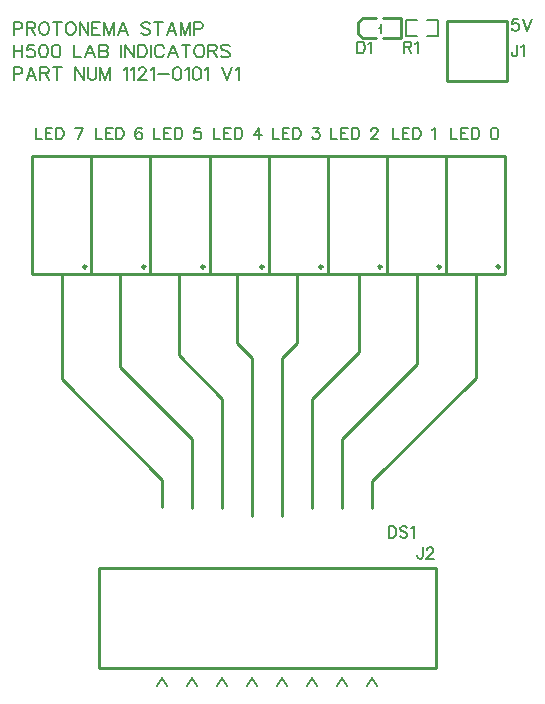
<source format=gto>
G04 Layer: TopSilkscreenLayer*
G04 EasyEDA v6.5.29, 2023-07-09 12:41:00*
G04 4e8154f8966d48969a3891fccebbae35,5a6b42c53f6a479593ecc07194224c93,10*
G04 Gerber Generator version 0.2*
G04 Scale: 100 percent, Rotated: No, Reflected: No *
G04 Dimensions in millimeters *
G04 leading zeros omitted , absolute positions ,4 integer and 5 decimal *
%FSLAX45Y45*%
%MOMM*%

%ADD10C,0.1524*%
%ADD11C,0.2540*%
%ADD12C,0.2030*%

%LPD*%
D10*
X3949687Y1434353D02*
G01*
X3949687Y1338849D01*
X3949687Y1434353D02*
G01*
X3981437Y1434353D01*
X3995153Y1429781D01*
X4004297Y1420637D01*
X4008869Y1411747D01*
X4013441Y1398031D01*
X4013441Y1375425D01*
X4008869Y1361709D01*
X4004297Y1352565D01*
X3995153Y1343421D01*
X3981437Y1338849D01*
X3949687Y1338849D01*
X4106913Y1420637D02*
G01*
X4097769Y1429781D01*
X4084307Y1434353D01*
X4066019Y1434353D01*
X4052303Y1429781D01*
X4043413Y1420637D01*
X4043413Y1411747D01*
X4047985Y1402603D01*
X4052303Y1398031D01*
X4061447Y1393459D01*
X4088879Y1384315D01*
X4097769Y1379743D01*
X4102341Y1375425D01*
X4106913Y1366281D01*
X4106913Y1352565D01*
X4097769Y1343421D01*
X4084307Y1338849D01*
X4066019Y1338849D01*
X4052303Y1343421D01*
X4043413Y1352565D01*
X4136885Y1416319D02*
G01*
X4146029Y1420637D01*
X4159745Y1434353D01*
X4159745Y1338849D01*
X2068575Y79755D02*
G01*
X2027681Y152400D01*
X1986534Y79755D01*
X4236458Y1256535D02*
G01*
X4236458Y1183891D01*
X4231886Y1170175D01*
X4227314Y1165603D01*
X4218170Y1161031D01*
X4209280Y1161031D01*
X4200136Y1165603D01*
X4195564Y1170175D01*
X4190992Y1183891D01*
X4190992Y1193035D01*
X4271002Y1233929D02*
G01*
X4271002Y1238501D01*
X4275574Y1247391D01*
X4280146Y1251963D01*
X4289290Y1256535D01*
X4307324Y1256535D01*
X4316468Y1251963D01*
X4321040Y1247391D01*
X4325612Y1238501D01*
X4325612Y1229357D01*
X4321040Y1220213D01*
X4311896Y1206497D01*
X4266430Y1161031D01*
X4330184Y1161031D01*
X957950Y4807971D02*
G01*
X957950Y4712467D01*
X957950Y4712467D02*
G01*
X1012560Y4712467D01*
X1042532Y4807971D02*
G01*
X1042532Y4712467D01*
X1042532Y4807971D02*
G01*
X1101460Y4807971D01*
X1042532Y4762505D02*
G01*
X1078854Y4762505D01*
X1042532Y4712467D02*
G01*
X1101460Y4712467D01*
X1131686Y4807971D02*
G01*
X1131686Y4712467D01*
X1131686Y4807971D02*
G01*
X1163436Y4807971D01*
X1177152Y4803399D01*
X1186042Y4794509D01*
X1190614Y4785365D01*
X1195186Y4771649D01*
X1195186Y4749043D01*
X1190614Y4735327D01*
X1186042Y4726183D01*
X1177152Y4717039D01*
X1163436Y4712467D01*
X1131686Y4712467D01*
X1358762Y4807971D02*
G01*
X1313296Y4712467D01*
X1295262Y4807971D02*
G01*
X1358762Y4807971D01*
X2322575Y79755D02*
G01*
X2281681Y152400D01*
X2240534Y79755D01*
X2576575Y79755D02*
G01*
X2535681Y152400D01*
X2494534Y79755D01*
X2830575Y79755D02*
G01*
X2789681Y152400D01*
X2748534Y79755D01*
X3084575Y79755D02*
G01*
X3043681Y152400D01*
X3002534Y79755D01*
X3338575Y79755D02*
G01*
X3297681Y152400D01*
X3256534Y79755D01*
X3592575Y79755D02*
G01*
X3551681Y152400D01*
X3510534Y79755D01*
X3846575Y79755D02*
G01*
X3805681Y152400D01*
X3764534Y79755D01*
X1465846Y4807968D02*
G01*
X1465846Y4712464D01*
X1465846Y4712464D02*
G01*
X1520456Y4712464D01*
X1550428Y4807968D02*
G01*
X1550428Y4712464D01*
X1550428Y4807968D02*
G01*
X1609610Y4807968D01*
X1550428Y4762502D02*
G01*
X1586750Y4762502D01*
X1550428Y4712464D02*
G01*
X1609610Y4712464D01*
X1639582Y4807968D02*
G01*
X1639582Y4712464D01*
X1639582Y4807968D02*
G01*
X1671332Y4807968D01*
X1685048Y4803396D01*
X1694192Y4794506D01*
X1698764Y4785362D01*
X1703336Y4771646D01*
X1703336Y4749040D01*
X1698764Y4735324D01*
X1694192Y4726180D01*
X1685048Y4717036D01*
X1671332Y4712464D01*
X1639582Y4712464D01*
X1857768Y4794506D02*
G01*
X1853196Y4803396D01*
X1839480Y4807968D01*
X1830590Y4807968D01*
X1816874Y4803396D01*
X1807730Y4789934D01*
X1803158Y4767074D01*
X1803158Y4744468D01*
X1807730Y4726180D01*
X1816874Y4717036D01*
X1830590Y4712464D01*
X1835162Y4712464D01*
X1848624Y4717036D01*
X1857768Y4726180D01*
X1862340Y4739896D01*
X1862340Y4744468D01*
X1857768Y4757930D01*
X1848624Y4767074D01*
X1835162Y4771646D01*
X1830590Y4771646D01*
X1816874Y4767074D01*
X1807730Y4757930D01*
X1803158Y4744468D01*
X1961271Y4807968D02*
G01*
X1961271Y4712464D01*
X1961271Y4712464D02*
G01*
X2015881Y4712464D01*
X2045853Y4807968D02*
G01*
X2045853Y4712464D01*
X2045853Y4807968D02*
G01*
X2104781Y4807968D01*
X2045853Y4762502D02*
G01*
X2082175Y4762502D01*
X2045853Y4712464D02*
G01*
X2104781Y4712464D01*
X2135007Y4807968D02*
G01*
X2135007Y4712464D01*
X2135007Y4807968D02*
G01*
X2166757Y4807968D01*
X2180219Y4803396D01*
X2189363Y4794506D01*
X2193935Y4785362D01*
X2198507Y4771646D01*
X2198507Y4749040D01*
X2193935Y4735324D01*
X2189363Y4726180D01*
X2180219Y4717036D01*
X2166757Y4712464D01*
X2135007Y4712464D01*
X2352939Y4807968D02*
G01*
X2307727Y4807968D01*
X2303155Y4767074D01*
X2307727Y4771646D01*
X2321189Y4776218D01*
X2334905Y4776218D01*
X2348621Y4771646D01*
X2357511Y4762502D01*
X2362083Y4749040D01*
X2362083Y4739896D01*
X2357511Y4726180D01*
X2348621Y4717036D01*
X2334905Y4712464D01*
X2321189Y4712464D01*
X2307727Y4717036D01*
X2303155Y4721608D01*
X2298583Y4730752D01*
X2469144Y4807968D02*
G01*
X2469144Y4712464D01*
X2469144Y4712464D02*
G01*
X2523754Y4712464D01*
X2553726Y4807968D02*
G01*
X2553726Y4712464D01*
X2553726Y4807968D02*
G01*
X2612908Y4807968D01*
X2553726Y4762502D02*
G01*
X2590048Y4762502D01*
X2553726Y4712464D02*
G01*
X2612908Y4712464D01*
X2642880Y4807968D02*
G01*
X2642880Y4712464D01*
X2642880Y4807968D02*
G01*
X2674630Y4807968D01*
X2688346Y4803396D01*
X2697490Y4794506D01*
X2702062Y4785362D01*
X2706634Y4771646D01*
X2706634Y4749040D01*
X2702062Y4735324D01*
X2697490Y4726180D01*
X2688346Y4717036D01*
X2674630Y4712464D01*
X2642880Y4712464D01*
X2851922Y4807968D02*
G01*
X2806456Y4744468D01*
X2874782Y4744468D01*
X2851922Y4807968D02*
G01*
X2851922Y4712464D01*
X2964571Y4807968D02*
G01*
X2964571Y4712464D01*
X2964571Y4712464D02*
G01*
X3019181Y4712464D01*
X3049153Y4807968D02*
G01*
X3049153Y4712464D01*
X3049153Y4807968D02*
G01*
X3108081Y4807968D01*
X3049153Y4762502D02*
G01*
X3085475Y4762502D01*
X3049153Y4712464D02*
G01*
X3108081Y4712464D01*
X3138307Y4807968D02*
G01*
X3138307Y4712464D01*
X3138307Y4807968D02*
G01*
X3170057Y4807968D01*
X3183519Y4803396D01*
X3192663Y4794506D01*
X3197235Y4785362D01*
X3201807Y4771646D01*
X3201807Y4749040D01*
X3197235Y4735324D01*
X3192663Y4726180D01*
X3183519Y4717036D01*
X3170057Y4712464D01*
X3138307Y4712464D01*
X3311027Y4807968D02*
G01*
X3360811Y4807968D01*
X3333633Y4771646D01*
X3347349Y4771646D01*
X3356239Y4767074D01*
X3360811Y4762502D01*
X3365383Y4749040D01*
X3365383Y4739896D01*
X3360811Y4726180D01*
X3351921Y4717036D01*
X3338205Y4712464D01*
X3324489Y4712464D01*
X3311027Y4717036D01*
X3306455Y4721608D01*
X3301883Y4730752D01*
X3459741Y4807968D02*
G01*
X3459741Y4712464D01*
X3459741Y4712464D02*
G01*
X3514351Y4712464D01*
X3544323Y4807968D02*
G01*
X3544323Y4712464D01*
X3544323Y4807968D02*
G01*
X3603505Y4807968D01*
X3544323Y4762502D02*
G01*
X3580645Y4762502D01*
X3544323Y4712464D02*
G01*
X3603505Y4712464D01*
X3633477Y4807968D02*
G01*
X3633477Y4712464D01*
X3633477Y4807968D02*
G01*
X3665227Y4807968D01*
X3678943Y4803396D01*
X3688087Y4794506D01*
X3692659Y4785362D01*
X3697231Y4771646D01*
X3697231Y4749040D01*
X3692659Y4735324D01*
X3688087Y4726180D01*
X3678943Y4717036D01*
X3665227Y4712464D01*
X3633477Y4712464D01*
X3801625Y4785362D02*
G01*
X3801625Y4789934D01*
X3806197Y4798824D01*
X3810769Y4803396D01*
X3819913Y4807968D01*
X3837947Y4807968D01*
X3847091Y4803396D01*
X3851663Y4798824D01*
X3856235Y4789934D01*
X3856235Y4780790D01*
X3851663Y4771646D01*
X3842519Y4757930D01*
X3797053Y4712464D01*
X3860807Y4712464D01*
X3980543Y4807965D02*
G01*
X3980543Y4712462D01*
X3980543Y4712462D02*
G01*
X4035153Y4712462D01*
X4065125Y4807965D02*
G01*
X4065125Y4712462D01*
X4065125Y4807965D02*
G01*
X4124053Y4807965D01*
X4065125Y4762500D02*
G01*
X4101447Y4762500D01*
X4065125Y4712462D02*
G01*
X4124053Y4712462D01*
X4154279Y4807965D02*
G01*
X4154279Y4712462D01*
X4154279Y4807965D02*
G01*
X4186029Y4807965D01*
X4199745Y4803394D01*
X4208635Y4794504D01*
X4213207Y4785360D01*
X4217779Y4771644D01*
X4217779Y4749037D01*
X4213207Y4735321D01*
X4208635Y4726178D01*
X4199745Y4717034D01*
X4186029Y4712462D01*
X4154279Y4712462D01*
X4317855Y4789931D02*
G01*
X4326999Y4794504D01*
X4340461Y4807965D01*
X4340461Y4712462D01*
X4475739Y4807968D02*
G01*
X4475739Y4712464D01*
X4475739Y4712464D02*
G01*
X4530349Y4712464D01*
X4560321Y4807968D02*
G01*
X4560321Y4712464D01*
X4560321Y4807968D02*
G01*
X4619503Y4807968D01*
X4560321Y4762502D02*
G01*
X4596643Y4762502D01*
X4560321Y4712464D02*
G01*
X4619503Y4712464D01*
X4649475Y4807968D02*
G01*
X4649475Y4712464D01*
X4649475Y4807968D02*
G01*
X4681225Y4807968D01*
X4694941Y4803396D01*
X4704085Y4794506D01*
X4708657Y4785362D01*
X4713229Y4771646D01*
X4713229Y4749040D01*
X4708657Y4735324D01*
X4704085Y4726180D01*
X4694941Y4717036D01*
X4681225Y4712464D01*
X4649475Y4712464D01*
X4840483Y4807968D02*
G01*
X4826767Y4803396D01*
X4817623Y4789934D01*
X4813051Y4767074D01*
X4813051Y4753612D01*
X4817623Y4730752D01*
X4826767Y4717036D01*
X4840483Y4712464D01*
X4849373Y4712464D01*
X4863089Y4717036D01*
X4872233Y4730752D01*
X4876805Y4753612D01*
X4876805Y4767074D01*
X4872233Y4789934D01*
X4863089Y4803396D01*
X4849373Y4807968D01*
X4840483Y4807968D01*
X5045709Y5726937D02*
G01*
X5000243Y5726937D01*
X4995672Y5686044D01*
X5000243Y5690615D01*
X5013706Y5695187D01*
X5027422Y5695187D01*
X5041138Y5690615D01*
X5050281Y5681471D01*
X5054854Y5668010D01*
X5054854Y5658865D01*
X5050281Y5645150D01*
X5041138Y5636005D01*
X5027422Y5631434D01*
X5013706Y5631434D01*
X5000243Y5636005D01*
X4995672Y5640578D01*
X4991100Y5649721D01*
X5084825Y5726937D02*
G01*
X5121147Y5631434D01*
X5157470Y5726937D02*
G01*
X5121147Y5631434D01*
X5036565Y5511037D02*
G01*
X5036565Y5438394D01*
X5031993Y5424678D01*
X5027422Y5420105D01*
X5018277Y5415534D01*
X5009388Y5415534D01*
X5000243Y5420105D01*
X4995672Y5424678D01*
X4991100Y5438394D01*
X4991100Y5447537D01*
X5066538Y5493004D02*
G01*
X5075681Y5497576D01*
X5089397Y5511037D01*
X5089397Y5415534D01*
X774700Y5322315D02*
G01*
X774700Y5213350D01*
X774700Y5322315D02*
G01*
X821436Y5322315D01*
X836929Y5317236D01*
X842263Y5311902D01*
X847344Y5301487D01*
X847344Y5285994D01*
X842263Y5275579D01*
X836929Y5270500D01*
X821436Y5265165D01*
X774700Y5265165D01*
X923289Y5322315D02*
G01*
X881634Y5213350D01*
X923289Y5322315D02*
G01*
X964945Y5213350D01*
X897381Y5249671D02*
G01*
X949197Y5249671D01*
X999236Y5322315D02*
G01*
X999236Y5213350D01*
X999236Y5322315D02*
G01*
X1045971Y5322315D01*
X1061465Y5317236D01*
X1066800Y5311902D01*
X1071879Y5301487D01*
X1071879Y5291073D01*
X1066800Y5280660D01*
X1061465Y5275579D01*
X1045971Y5270500D01*
X999236Y5270500D01*
X1035557Y5270500D02*
G01*
X1071879Y5213350D01*
X1142492Y5322315D02*
G01*
X1142492Y5213350D01*
X1106170Y5322315D02*
G01*
X1178813Y5322315D01*
X1293113Y5322315D02*
G01*
X1293113Y5213350D01*
X1293113Y5322315D02*
G01*
X1366012Y5213350D01*
X1366012Y5322315D02*
G01*
X1366012Y5213350D01*
X1400302Y5322315D02*
G01*
X1400302Y5244337D01*
X1405381Y5228844D01*
X1415795Y5218429D01*
X1431289Y5213350D01*
X1441704Y5213350D01*
X1457452Y5218429D01*
X1467865Y5228844D01*
X1472945Y5244337D01*
X1472945Y5322315D01*
X1507236Y5322315D02*
G01*
X1507236Y5213350D01*
X1507236Y5322315D02*
G01*
X1548892Y5213350D01*
X1590294Y5322315D02*
G01*
X1548892Y5213350D01*
X1590294Y5322315D02*
G01*
X1590294Y5213350D01*
X1704594Y5301487D02*
G01*
X1715007Y5306821D01*
X1730755Y5322315D01*
X1730755Y5213350D01*
X1765045Y5301487D02*
G01*
X1775460Y5306821D01*
X1790954Y5322315D01*
X1790954Y5213350D01*
X1830323Y5296407D02*
G01*
X1830323Y5301487D01*
X1835657Y5311902D01*
X1840737Y5317236D01*
X1851152Y5322315D01*
X1871979Y5322315D01*
X1882394Y5317236D01*
X1887473Y5311902D01*
X1892807Y5301487D01*
X1892807Y5291073D01*
X1887473Y5280660D01*
X1877060Y5265165D01*
X1825244Y5213350D01*
X1897887Y5213350D01*
X1932177Y5301487D02*
G01*
X1942591Y5306821D01*
X1958340Y5322315D01*
X1958340Y5213350D01*
X1992629Y5260086D02*
G01*
X2086102Y5260086D01*
X2151379Y5322315D02*
G01*
X2135886Y5317236D01*
X2125472Y5301487D01*
X2120391Y5275579D01*
X2120391Y5260086D01*
X2125472Y5233923D01*
X2135886Y5218429D01*
X2151379Y5213350D01*
X2161793Y5213350D01*
X2177541Y5218429D01*
X2187956Y5233923D01*
X2193036Y5260086D01*
X2193036Y5275579D01*
X2187956Y5301487D01*
X2177541Y5317236D01*
X2161793Y5322315D01*
X2151379Y5322315D01*
X2227325Y5301487D02*
G01*
X2237740Y5306821D01*
X2253234Y5322315D01*
X2253234Y5213350D01*
X2318765Y5322315D02*
G01*
X2303272Y5317236D01*
X2292858Y5301487D01*
X2287524Y5275579D01*
X2287524Y5260086D01*
X2292858Y5233923D01*
X2303272Y5218429D01*
X2318765Y5213350D01*
X2329179Y5213350D01*
X2344674Y5218429D01*
X2355088Y5233923D01*
X2360422Y5260086D01*
X2360422Y5275579D01*
X2355088Y5301487D01*
X2344674Y5317236D01*
X2329179Y5322315D01*
X2318765Y5322315D01*
X2394711Y5301487D02*
G01*
X2405125Y5306821D01*
X2420620Y5322315D01*
X2420620Y5213350D01*
X2534920Y5322315D02*
G01*
X2576575Y5213350D01*
X2617977Y5322315D02*
G01*
X2576575Y5213350D01*
X2652268Y5301487D02*
G01*
X2662681Y5306821D01*
X2678429Y5322315D01*
X2678429Y5213350D01*
X774700Y5512815D02*
G01*
X774700Y5403850D01*
X847344Y5512815D02*
G01*
X847344Y5403850D01*
X774700Y5461000D02*
G01*
X847344Y5461000D01*
X944118Y5512815D02*
G01*
X892047Y5512815D01*
X886968Y5466079D01*
X892047Y5471160D01*
X907795Y5476494D01*
X923289Y5476494D01*
X938784Y5471160D01*
X949197Y5461000D01*
X954531Y5445252D01*
X954531Y5434837D01*
X949197Y5419344D01*
X938784Y5408929D01*
X923289Y5403850D01*
X907795Y5403850D01*
X892047Y5408929D01*
X886968Y5414010D01*
X881634Y5424423D01*
X1019810Y5512815D02*
G01*
X1004315Y5507736D01*
X993902Y5491987D01*
X988821Y5466079D01*
X988821Y5450586D01*
X993902Y5424423D01*
X1004315Y5408929D01*
X1019810Y5403850D01*
X1030223Y5403850D01*
X1045971Y5408929D01*
X1056386Y5424423D01*
X1061465Y5450586D01*
X1061465Y5466079D01*
X1056386Y5491987D01*
X1045971Y5507736D01*
X1030223Y5512815D01*
X1019810Y5512815D01*
X1126997Y5512815D02*
G01*
X1111250Y5507736D01*
X1101089Y5491987D01*
X1095755Y5466079D01*
X1095755Y5450586D01*
X1101089Y5424423D01*
X1111250Y5408929D01*
X1126997Y5403850D01*
X1137412Y5403850D01*
X1152905Y5408929D01*
X1163320Y5424423D01*
X1168400Y5450586D01*
X1168400Y5466079D01*
X1163320Y5491987D01*
X1152905Y5507736D01*
X1137412Y5512815D01*
X1126997Y5512815D01*
X1282700Y5512815D02*
G01*
X1282700Y5403850D01*
X1282700Y5403850D02*
G01*
X1345184Y5403850D01*
X1421129Y5512815D02*
G01*
X1379473Y5403850D01*
X1421129Y5512815D02*
G01*
X1462531Y5403850D01*
X1394968Y5440171D02*
G01*
X1447037Y5440171D01*
X1496821Y5512815D02*
G01*
X1496821Y5403850D01*
X1496821Y5512815D02*
G01*
X1543557Y5512815D01*
X1559305Y5507736D01*
X1564386Y5502402D01*
X1569720Y5491987D01*
X1569720Y5481573D01*
X1564386Y5471160D01*
X1559305Y5466079D01*
X1543557Y5461000D01*
X1496821Y5461000D02*
G01*
X1543557Y5461000D01*
X1559305Y5455665D01*
X1564386Y5450586D01*
X1569720Y5440171D01*
X1569720Y5424423D01*
X1564386Y5414010D01*
X1559305Y5408929D01*
X1543557Y5403850D01*
X1496821Y5403850D01*
X1684020Y5512815D02*
G01*
X1684020Y5403850D01*
X1718310Y5512815D02*
G01*
X1718310Y5403850D01*
X1718310Y5512815D02*
G01*
X1790954Y5403850D01*
X1790954Y5512815D02*
G01*
X1790954Y5403850D01*
X1825244Y5512815D02*
G01*
X1825244Y5403850D01*
X1825244Y5512815D02*
G01*
X1861565Y5512815D01*
X1877060Y5507736D01*
X1887473Y5497321D01*
X1892807Y5486907D01*
X1897887Y5471160D01*
X1897887Y5445252D01*
X1892807Y5429757D01*
X1887473Y5419344D01*
X1877060Y5408929D01*
X1861565Y5403850D01*
X1825244Y5403850D01*
X1932177Y5512815D02*
G01*
X1932177Y5403850D01*
X2044445Y5486907D02*
G01*
X2039365Y5497321D01*
X2028952Y5507736D01*
X2018538Y5512815D01*
X1997709Y5512815D01*
X1987295Y5507736D01*
X1976881Y5497321D01*
X1971802Y5486907D01*
X1966468Y5471160D01*
X1966468Y5445252D01*
X1971802Y5429757D01*
X1976881Y5419344D01*
X1987295Y5408929D01*
X1997709Y5403850D01*
X2018538Y5403850D01*
X2028952Y5408929D01*
X2039365Y5419344D01*
X2044445Y5429757D01*
X2120391Y5512815D02*
G01*
X2078736Y5403850D01*
X2120391Y5512815D02*
G01*
X2161793Y5403850D01*
X2094229Y5440171D02*
G01*
X2146300Y5440171D01*
X2232659Y5512815D02*
G01*
X2232659Y5403850D01*
X2196084Y5512815D02*
G01*
X2268981Y5512815D01*
X2334259Y5512815D02*
G01*
X2324100Y5507736D01*
X2313686Y5497321D01*
X2308352Y5486907D01*
X2303272Y5471160D01*
X2303272Y5445252D01*
X2308352Y5429757D01*
X2313686Y5419344D01*
X2324100Y5408929D01*
X2334259Y5403850D01*
X2355088Y5403850D01*
X2365502Y5408929D01*
X2375915Y5419344D01*
X2381250Y5429757D01*
X2386329Y5445252D01*
X2386329Y5471160D01*
X2381250Y5486907D01*
X2375915Y5497321D01*
X2365502Y5507736D01*
X2355088Y5512815D01*
X2334259Y5512815D01*
X2420620Y5512815D02*
G01*
X2420620Y5403850D01*
X2420620Y5512815D02*
G01*
X2467356Y5512815D01*
X2482850Y5507736D01*
X2488184Y5502402D01*
X2493263Y5491987D01*
X2493263Y5481573D01*
X2488184Y5471160D01*
X2482850Y5466079D01*
X2467356Y5461000D01*
X2420620Y5461000D01*
X2456941Y5461000D02*
G01*
X2493263Y5403850D01*
X2600452Y5497321D02*
G01*
X2590038Y5507736D01*
X2574290Y5512815D01*
X2553715Y5512815D01*
X2537968Y5507736D01*
X2527554Y5497321D01*
X2527554Y5486907D01*
X2532888Y5476494D01*
X2537968Y5471160D01*
X2548381Y5466079D01*
X2579624Y5455665D01*
X2590038Y5450586D01*
X2595118Y5445252D01*
X2600452Y5434837D01*
X2600452Y5419344D01*
X2590038Y5408929D01*
X2574290Y5403850D01*
X2553715Y5403850D01*
X2537968Y5408929D01*
X2527554Y5419344D01*
X774700Y5703315D02*
G01*
X774700Y5594350D01*
X774700Y5703315D02*
G01*
X821436Y5703315D01*
X836929Y5698236D01*
X842263Y5692902D01*
X847344Y5682487D01*
X847344Y5666994D01*
X842263Y5656579D01*
X836929Y5651500D01*
X821436Y5646165D01*
X774700Y5646165D01*
X881634Y5703315D02*
G01*
X881634Y5594350D01*
X881634Y5703315D02*
G01*
X928370Y5703315D01*
X944118Y5698236D01*
X949197Y5692902D01*
X954531Y5682487D01*
X954531Y5672073D01*
X949197Y5661660D01*
X944118Y5656579D01*
X928370Y5651500D01*
X881634Y5651500D01*
X918210Y5651500D02*
G01*
X954531Y5594350D01*
X1019810Y5703315D02*
G01*
X1009650Y5698236D01*
X999236Y5687821D01*
X993902Y5677407D01*
X988821Y5661660D01*
X988821Y5635752D01*
X993902Y5620257D01*
X999236Y5609844D01*
X1009650Y5599429D01*
X1019810Y5594350D01*
X1040637Y5594350D01*
X1051052Y5599429D01*
X1061465Y5609844D01*
X1066800Y5620257D01*
X1071879Y5635752D01*
X1071879Y5661660D01*
X1066800Y5677407D01*
X1061465Y5687821D01*
X1051052Y5698236D01*
X1040637Y5703315D01*
X1019810Y5703315D01*
X1142492Y5703315D02*
G01*
X1142492Y5594350D01*
X1106170Y5703315D02*
G01*
X1178813Y5703315D01*
X1244345Y5703315D02*
G01*
X1233931Y5698236D01*
X1223518Y5687821D01*
X1218437Y5677407D01*
X1213104Y5661660D01*
X1213104Y5635752D01*
X1218437Y5620257D01*
X1223518Y5609844D01*
X1233931Y5599429D01*
X1244345Y5594350D01*
X1265173Y5594350D01*
X1275587Y5599429D01*
X1286002Y5609844D01*
X1291081Y5620257D01*
X1296415Y5635752D01*
X1296415Y5661660D01*
X1291081Y5677407D01*
X1286002Y5687821D01*
X1275587Y5698236D01*
X1265173Y5703315D01*
X1244345Y5703315D01*
X1330705Y5703315D02*
G01*
X1330705Y5594350D01*
X1330705Y5703315D02*
G01*
X1403350Y5594350D01*
X1403350Y5703315D02*
G01*
X1403350Y5594350D01*
X1437639Y5703315D02*
G01*
X1437639Y5594350D01*
X1437639Y5703315D02*
G01*
X1505204Y5703315D01*
X1437639Y5651500D02*
G01*
X1479295Y5651500D01*
X1437639Y5594350D02*
G01*
X1505204Y5594350D01*
X1539494Y5703315D02*
G01*
X1539494Y5594350D01*
X1539494Y5703315D02*
G01*
X1581150Y5594350D01*
X1622552Y5703315D02*
G01*
X1581150Y5594350D01*
X1622552Y5703315D02*
G01*
X1622552Y5594350D01*
X1698497Y5703315D02*
G01*
X1656842Y5594350D01*
X1698497Y5703315D02*
G01*
X1739900Y5594350D01*
X1672589Y5630671D02*
G01*
X1724405Y5630671D01*
X1927097Y5687821D02*
G01*
X1916684Y5698236D01*
X1901189Y5703315D01*
X1880362Y5703315D01*
X1864613Y5698236D01*
X1854200Y5687821D01*
X1854200Y5677407D01*
X1859534Y5666994D01*
X1864613Y5661660D01*
X1875028Y5656579D01*
X1906270Y5646165D01*
X1916684Y5641086D01*
X1921763Y5635752D01*
X1927097Y5625337D01*
X1927097Y5609844D01*
X1916684Y5599429D01*
X1901189Y5594350D01*
X1880362Y5594350D01*
X1864613Y5599429D01*
X1854200Y5609844D01*
X1997709Y5703315D02*
G01*
X1997709Y5594350D01*
X1961388Y5703315D02*
G01*
X2034031Y5703315D01*
X2109977Y5703315D02*
G01*
X2068322Y5594350D01*
X2109977Y5703315D02*
G01*
X2151379Y5594350D01*
X2084070Y5630671D02*
G01*
X2135886Y5630671D01*
X2185670Y5703315D02*
G01*
X2185670Y5594350D01*
X2185670Y5703315D02*
G01*
X2227325Y5594350D01*
X2268981Y5703315D02*
G01*
X2227325Y5594350D01*
X2268981Y5703315D02*
G01*
X2268981Y5594350D01*
X2303272Y5703315D02*
G01*
X2303272Y5594350D01*
X2303272Y5703315D02*
G01*
X2350008Y5703315D01*
X2365502Y5698236D01*
X2370836Y5692902D01*
X2375915Y5682487D01*
X2375915Y5666994D01*
X2370836Y5656579D01*
X2365502Y5651500D01*
X2350008Y5646165D01*
X2303272Y5646165D01*
X4076700Y5536437D02*
G01*
X4076700Y5440934D01*
X4076700Y5536437D02*
G01*
X4117593Y5536437D01*
X4131309Y5531865D01*
X4135881Y5527294D01*
X4140454Y5518404D01*
X4140454Y5509260D01*
X4135881Y5500115D01*
X4131309Y5495544D01*
X4117593Y5490971D01*
X4076700Y5490971D01*
X4108450Y5490971D02*
G01*
X4140454Y5440934D01*
X4170425Y5518404D02*
G01*
X4179315Y5522976D01*
X4193031Y5536437D01*
X4193031Y5440934D01*
X3683000Y5536437D02*
G01*
X3683000Y5440934D01*
X3683000Y5536437D02*
G01*
X3714750Y5536437D01*
X3728465Y5531865D01*
X3737609Y5522976D01*
X3742181Y5513831D01*
X3746754Y5500115D01*
X3746754Y5477510D01*
X3742181Y5463794D01*
X3737609Y5454650D01*
X3728465Y5445505D01*
X3714750Y5440934D01*
X3683000Y5440934D01*
X3776725Y5518404D02*
G01*
X3785615Y5522976D01*
X3799331Y5536437D01*
X3799331Y5440934D01*
D11*
X2032000Y1600200D02*
G01*
X2032000Y1828800D01*
X1181100Y2679700D01*
X1181112Y3568705D01*
X2286000Y1587500D02*
G01*
X2286000Y2171700D01*
X1676400Y2781300D01*
X1676412Y3568705D01*
X2540000Y1587500D02*
G01*
X2540000Y2514600D01*
X2171700Y2882900D01*
X2171712Y3568705D01*
X2667000Y3568700D02*
G01*
X2667000Y2984500D01*
X2794000Y2857500D01*
X2794000Y1524000D01*
X3175000Y3556254D02*
G01*
X3174751Y2984245D01*
X3048000Y2857500D01*
X3048000Y1524000D01*
X3302000Y1587500D02*
G01*
X3302000Y2514600D01*
X3695700Y2908300D01*
X3695700Y3556005D01*
X3556000Y1587500D02*
G01*
X3556000Y2171700D01*
X4191000Y2806700D01*
X4191000Y3568705D01*
X3810000Y1587500D02*
G01*
X3810000Y1816100D01*
X4686300Y2692400D01*
X4686300Y3556000D01*
D10*
X4271721Y5585439D02*
G01*
X4367608Y5585439D01*
X4367608Y5717560D01*
X4271721Y5717560D01*
X4186478Y5585439D02*
G01*
X4090591Y5585439D01*
X4090591Y5717560D01*
X4186478Y5717560D01*
D11*
X4050029Y5565139D02*
G01*
X4050029Y5737860D01*
X4050029Y5737860D02*
G01*
X3902709Y5737860D01*
X4050029Y5565139D02*
G01*
X3902709Y5565139D01*
X3844290Y5737860D02*
G01*
X3727450Y5737860D01*
X3841750Y5565139D02*
G01*
X3727450Y5565139D01*
X3727450Y5565139D02*
G01*
X3691890Y5600700D01*
X3691890Y5702300D01*
X3727450Y5737860D01*
D12*
X3881120Y5610860D02*
G01*
X3881120Y5689600D01*
X3881120Y5650704D02*
G01*
X3863583Y5650704D01*
D11*
G75*
G01
X4888001Y3632200D02*
G03X4888001Y3632200I-12700J0D01*
G75*
G01
X4388002Y3632200D02*
G03X4388002Y3632200I-12700J0D01*
G75*
G01
X3888003Y3632200D02*
G03X3888003Y3632200I-12700J0D01*
G75*
G01
X3388004Y3632200D02*
G03X3388004Y3632200I-12700J0D01*
G75*
G01
X2888005Y3632200D02*
G03X2888005Y3632200I-12700J0D01*
G75*
G01
X2388006Y3632200D02*
G03X2388006Y3632200I-12700J0D01*
G75*
G01
X1888007Y3632200D02*
G03X1888007Y3632200I-12700J0D01*
G75*
G01
X1388008Y3632200D02*
G03X1388008Y3632200I-12700J0D01*
X1495805Y1085418D02*
G01*
X4345813Y1085418D01*
X4345813Y235407D01*
X1495805Y235407D01*
X1495805Y1085418D01*
X4431106Y4570704D02*
G01*
X4931105Y4570704D01*
X4931105Y3570706D01*
X4431106Y3570706D01*
X4431106Y4570704D01*
X3931107Y4570704D02*
G01*
X4431106Y4570704D01*
X4431106Y3570706D01*
X3931107Y3570706D01*
X3931107Y4570704D01*
X3431108Y4570704D02*
G01*
X3931107Y4570704D01*
X3931107Y3570706D01*
X3431108Y3570706D01*
X3431108Y4570704D01*
X2931109Y4570704D02*
G01*
X3431108Y4570704D01*
X3431108Y3570706D01*
X2931109Y3570706D01*
X2931109Y4570704D01*
X2431110Y4570704D02*
G01*
X2931109Y4570704D01*
X2931109Y3570706D01*
X2431110Y3570706D01*
X2431110Y4570704D01*
X1931111Y4570704D02*
G01*
X2431110Y4570704D01*
X2431110Y3570706D01*
X1931111Y3570706D01*
X1931111Y4570704D01*
X1431112Y4570704D02*
G01*
X1931111Y4570704D01*
X1931111Y3570706D01*
X1431112Y3570706D01*
X1431112Y4570704D01*
X931113Y4570704D02*
G01*
X1431112Y4570704D01*
X1431112Y3570706D01*
X931113Y3570706D01*
X931113Y4570704D01*
X4445000Y5715000D02*
G01*
X4953000Y5715000D01*
X4953000Y5207000D01*
X4445000Y5207000D01*
X4445000Y5715000D01*
M02*

</source>
